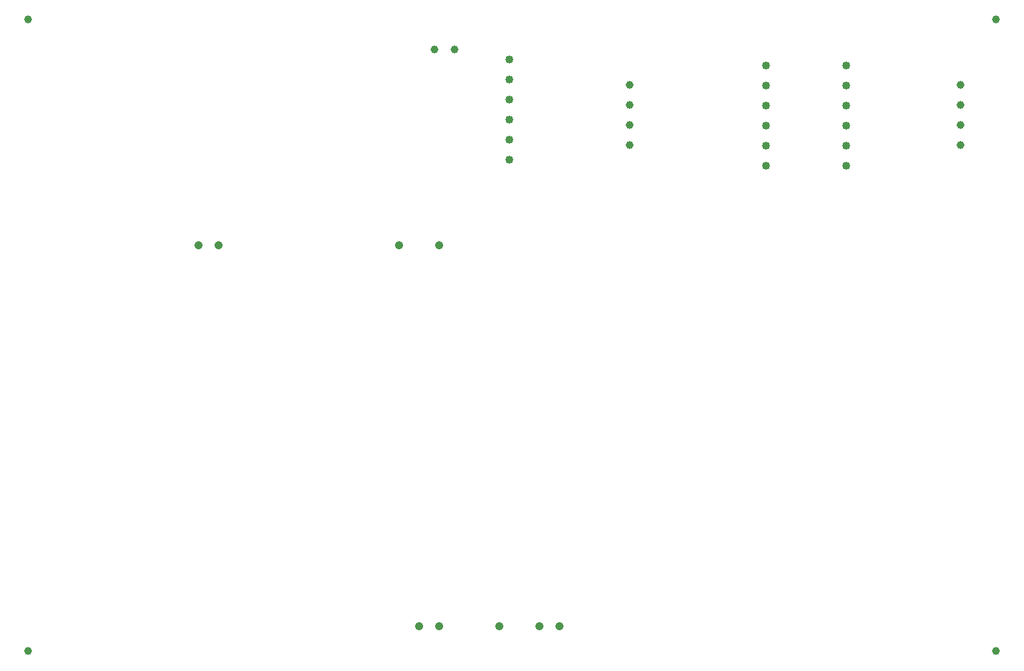
<source format=gbr>
G04 DesignSpark PCB Gerber Version 10.0 Build 5299*
G04 #@! TF.Part,Single*
G04 #@! TF.FilePolarity,Positive*
%FSLAX35Y35*%
%MOIN*%
G04 #@! TA.AperFunction,MechanicalDrill*
%ADD17C,0.03937*%
G04 #@! TA.AperFunction,ComponentDrill*
%ADD19C,0.04000*%
G04 #@! TA.AperFunction,MechanicalDrill*
%ADD18C,0.04134*%
G04 #@! TD.AperFunction*
X0Y0D02*
D02*
D17*
X25250Y22750D03*
Y337750D03*
X227750Y322750D03*
X237750D03*
X325250Y275250D03*
Y285250D03*
Y295250D03*
Y305250D03*
X490250Y275250D03*
Y285250D03*
Y295250D03*
Y305250D03*
X507750Y22750D03*
Y337750D03*
D02*
D18*
X110250Y225250D03*
X120250D03*
X210250D03*
X220250Y35250D03*
X230250D03*
Y225250D03*
X260250Y35250D03*
X280250D03*
X290250D03*
D02*
D19*
X265250Y267750D03*
Y277750D03*
Y287750D03*
Y297750D03*
Y307750D03*
Y317750D03*
X393124Y264876D03*
Y274876D03*
Y284876D03*
Y294876D03*
Y304876D03*
Y314876D03*
X433124Y264876D03*
Y274876D03*
Y284876D03*
Y294876D03*
Y304876D03*
Y314876D03*
X0Y0D02*
M02*

</source>
